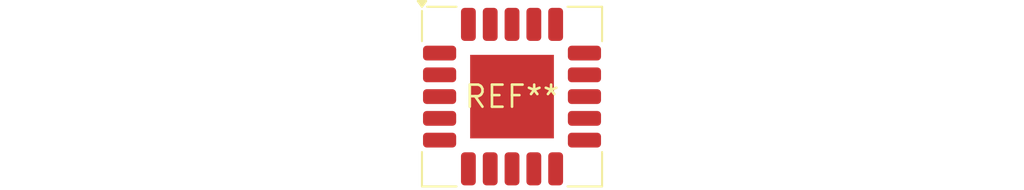
<source format=kicad_pcb>
(kicad_pcb (version 20240108) (generator pcbnew)
  (layers (0 "F.Cu" signal) (31 "B.Cu" signal) (34 "B.Paste" user) (35 "F.Paste" user) (36 "B.SilkS" user "B.Silkscreen") (37 "F.SilkS" user "F.Silkscreen") (38 "B.Mask" user) (39 "F.Mask" user) (44 "Edge.Cuts" user))
  (net 0 "")
  (footprint "Sensirion_SCD4x-1EP_10.1x10.1mm_P1.25mm_EP4.8x4.8mm" (layer "F.Cu") (at 0 0)
    (property "Reference" "REF**")
    (property "Value" "Sensirion_SCD4x-1EP_10.1x10.1mm_P1.25mm_EP4.8x4.8mm")
    (fp_line (start -5.16 -3.185) (end -5.16 -4.92) (layer "F.SilkS") (stroke (width 0.12)))
    (fp_line (start -5.16 5.16) (end -5.16 3.185) (layer "F.SilkS") (stroke (width 0.12)))
    (fp_line (start -3.185 -5.16) (end -4.86 -5.16) (layer "F.SilkS") (stroke (width 0.12)))
    (fp_line (start -3.185 5.16) (end -5.16 5.16) (layer "F.SilkS") (stroke (width 0.12)))
    (fp_line (start 3.185 -5.16) (end 5.16 -5.16) (layer "F.SilkS") (stroke (width 0.12)))
    (fp_line (start 3.185 5.16) (end 5.16 5.16) (layer "F.SilkS") (stroke (width 0.12)))
    (fp_line (start 5.16 -5.16) (end 5.16 -3.185) (layer "F.SilkS") (stroke (width 0.12)))
    (fp_line (start 5.16 5.16) (end 5.16 3.185) (layer "F.SilkS") (stroke (width 0.12)))
    (fp_poly (pts (xy -5.16 -5.16) (xy -5.4 -5.49) (xy -4.92 -5.49) (xy -5.16 -5.16)) (layer "F.SilkS") (stroke (width 0.12)) (fill solid))
    (pad "1" smd roundrect (at -4.15 -2.5) (size 1.9 0.85) (layers "F.Cu" "F.Paste" "F.Mask"))
    (pad "2" smd roundrect (at -4.15 -1.25) (size 1.9 0.85) (layers "F.Cu" "F.Paste" "F.Mask"))
    (pad "3" smd roundrect (at -4.15 0) (size 1.9 0.85) (layers "F.Cu" "F.Paste" "F.Mask"))
    (pad "4" smd roundrect (at -4.15 1.25) (size 1.9 0.85) (layers "F.Cu" "F.Paste" "F.Mask"))
    (pad "5" smd roundrect (at -4.15 2.5) (size 1.9 0.85) (layers "F.Cu" "F.Paste" "F.Mask"))
    (pad "6" smd roundrect (at -2.5 4.15) (size 0.85 1.9) (layers "F.Cu" "F.Paste" "F.Mask"))
    (pad "7" smd roundrect (at -1.25 4.15) (size 0.85 1.9) (layers "F.Cu" "F.Paste" "F.Mask"))
    (pad "8" smd roundrect (at 0 4.15) (size 0.85 1.9) (layers "F.Cu" "F.Paste" "F.Mask"))
    (pad "9" smd roundrect (at 1.25 4.15) (size 0.85 1.9) (layers "F.Cu" "F.Paste" "F.Mask"))
    (pad "10" smd roundrect (at 2.5 4.15) (size 0.85 1.9) (layers "F.Cu" "F.Paste" "F.Mask"))
    (pad "11" smd roundrect (at 4.15 2.5) (size 1.9 0.85) (layers "F.Cu" "F.Paste" "F.Mask"))
    (pad "12" smd roundrect (at 4.15 1.25) (size 1.9 0.85) (layers "F.Cu" "F.Paste" "F.Mask"))
    (pad "13" smd roundrect (at 4.15 0) (size 1.9 0.85) (layers "F.Cu" "F.Paste" "F.Mask"))
    (pad "14" smd roundrect (at 4.15 -1.25) (size 1.9 0.85) (layers "F.Cu" "F.Paste" "F.Mask"))
    (pad "15" smd roundrect (at 4.15 -2.5) (size 1.9 0.85) (layers "F.Cu" "F.Paste" "F.Mask"))
    (pad "16" smd roundrect (at 2.5 -4.15) (size 0.85 1.9) (layers "F.Cu" "F.Paste" "F.Mask"))
    (pad "17" smd roundrect (at 1.25 -4.15) (size 0.85 1.9) (layers "F.Cu" "F.Paste" "F.Mask"))
    (pad "18" smd roundrect (at 0 -4.15) (size 0.85 1.9) (layers "F.Cu" "F.Paste" "F.Mask"))
    (pad "19" smd roundrect (at -1.25 -4.15) (size 0.85 1.9) (layers "F.Cu" "F.Paste" "F.Mask"))
    (pad "20" smd roundrect (at -2.5 -4.15) (size 0.85 1.9) (layers "F.Cu" "F.Paste" "F.Mask"))
    (pad "21" smd rect (at 0 0) (size 4.8 4.8) (property pad_prop_heatsink) (layers "F.Cu" "F.Mask"))
  )
)
</source>
